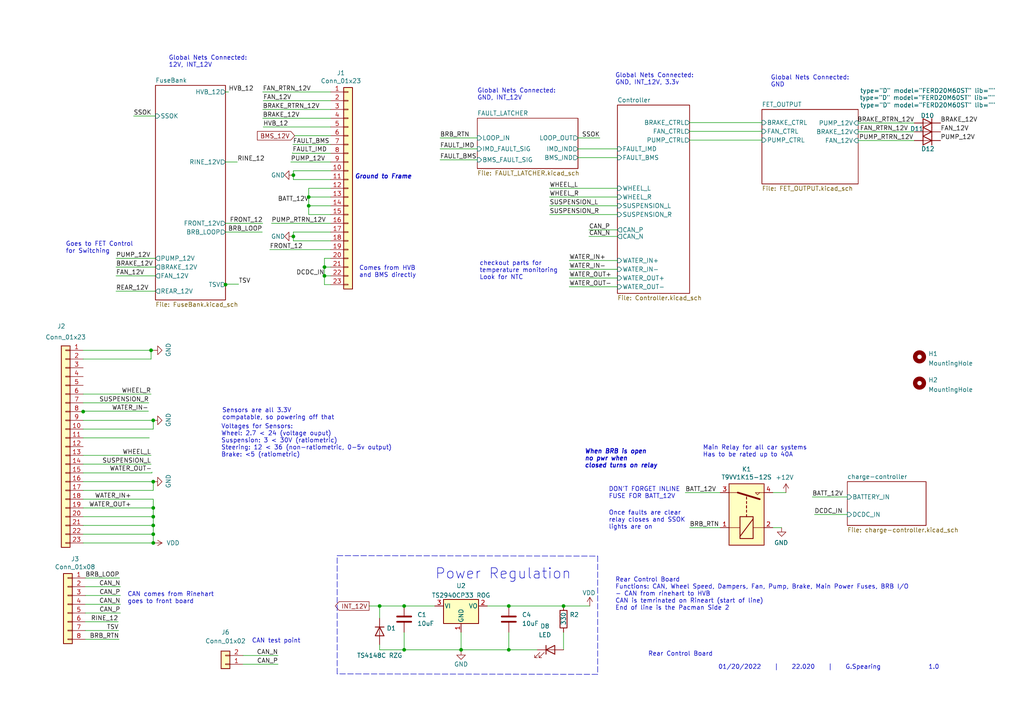
<source format=kicad_sch>
(kicad_sch (version 20211123) (generator eeschema)
  (paper "A4")
  (lib_symbols
    (symbol "AERO_Symbols:T9VV1K15-12S" (pin_names (offset 1.016))
      (property "Reference" "K" (at 8.89 3.81 0))
      (property "Value" "T9VV1K15-12S" (at 8.89 1.27 0))
      (symbol "T9VV1K15-12S_0_0"
        (polyline (pts (xy 5.08 3.81) (xy 5.08 5.08)))
        (polyline (pts (xy 5.08 3.81) (xy 5.08 2.54) (xy 4.445 3.175) (xy 5.08 3.81)))
      )
      (symbol "T9VV1K15-12S_0_1"
        (rectangle (start -10.16 5.08) (end 7.62 -5.08) (stroke (width 0.254)) (fill (type background)))
        (rectangle (start -8.255 1.905) (end -1.905 -1.905) (stroke (width 0.254)))
        (polyline (pts (xy -7.62 -1.905) (xy -2.54 1.905)) (stroke (width 0.254)))
        (polyline (pts (xy -5.08 -5.08) (xy -5.08 -1.905)))
        (polyline (pts (xy -5.08 5.08) (xy -5.08 1.905)))
        (polyline (pts (xy -1.905 0) (xy -1.27 0)) (stroke (width 0.254)))
        (polyline (pts (xy -0.635 0) (xy 0 0)) (stroke (width 0.254)))
        (polyline (pts (xy 0.635 0) (xy 1.27 0)) (stroke (width 0.254)))
        (polyline (pts (xy 0.635 0) (xy 1.27 0)) (stroke (width 0.254)))
        (polyline (pts (xy 1.905 0) (xy 2.54 0)) (stroke (width 0.254)))
        (polyline (pts (xy 3.175 0) (xy 3.81 0)) (stroke (width 0.254)))
        (polyline (pts (xy 5.08 -2.54) (xy 3.175 3.81)) (stroke (width 0.508)))
        (polyline (pts (xy 5.08 -2.54) (xy 5.08 -5.08)))
      )
      (symbol "T9VV1K15-12S_1_1"
        (pin passive line (at -5.08 -7.62 90) (length 2.54) (name "~") (number "1"))
        (pin passive line (at -5.08 7.62 270) (length 2.54) (name "~") (number "2"))
        (pin passive line (at 5.08 -7.62 90) (length 2.54) (name "~") (number "3"))
        (pin passive line (at 5.08 7.62 270) (length 2.54) (name "~") (number "4"))
      )
    )
    (symbol "Connector_Generic:Conn_01x02" (pin_names (offset 1.016) hide)
      (property "Reference" "J" (at 0 2.54 0))
      (property "Value" "Conn_01x02" (at 0 -5.08 0))
      (symbol "Conn_01x02_1_1"
        (rectangle (start -1.27 -2.413) (end 0 -2.667) (stroke (width 0.1524)))
        (rectangle (start -1.27 0.127) (end 0 -0.127) (stroke (width 0.1524)))
        (rectangle (start -1.27 1.27) (end 1.27 -3.81) (stroke (width 0.254)) (fill (type background)))
        (pin passive line (at -5.08 0 0) (length 3.81) (name "Pin_1") (number "1"))
        (pin passive line (at -5.08 -2.54 0) (length 3.81) (name "Pin_2") (number "2"))
      )
    )
    (symbol "Connector_Generic:Conn_01x08" (pin_names (offset 1.016) hide)
      (property "Reference" "J" (at 0 10.16 0))
      (property "Value" "Conn_01x08" (at 0 -12.7 0))
      (symbol "Conn_01x08_1_1"
        (rectangle (start -1.27 -10.033) (end 0 -10.287) (stroke (width 0.1524)))
        (rectangle (start -1.27 -7.493) (end 0 -7.747) (stroke (width 0.1524)))
        (rectangle (start -1.27 -4.953) (end 0 -5.207) (stroke (width 0.1524)))
        (rectangle (start -1.27 -2.413) (end 0 -2.667) (stroke (width 0.1524)))
        (rectangle (start -1.27 0.127) (end 0 -0.127) (stroke (width 0.1524)))
        (rectangle (start -1.27 2.667) (end 0 2.413) (stroke (width 0.1524)))
        (rectangle (start -1.27 5.207) (end 0 4.953) (stroke (width 0.1524)))
        (rectangle (start -1.27 7.747) (end 0 7.493) (stroke (width 0.1524)))
        (rectangle (start -1.27 8.89) (end 1.27 -11.43) (stroke (width 0.254)) (fill (type background)))
        (pin passive line (at -5.08 7.62 0) (length 3.81) (name "Pin_1") (number "1"))
        (pin passive line (at -5.08 5.08 0) (length 3.81) (name "Pin_2") (number "2"))
        (pin passive line (at -5.08 2.54 0) (length 3.81) (name "Pin_3") (number "3"))
        (pin passive line (at -5.08 0 0) (length 3.81) (name "Pin_4") (number "4"))
        (pin passive line (at -5.08 -2.54 0) (length 3.81) (name "Pin_5") (number "5"))
        (pin passive line (at -5.08 -5.08 0) (length 3.81) (name "Pin_6") (number "6"))
        (pin passive line (at -5.08 -7.62 0) (length 3.81) (name "Pin_7") (number "7"))
        (pin passive line (at -5.08 -10.16 0) (length 3.81) (name "Pin_8") (number "8"))
      )
    )
    (symbol "Connector_Generic:Conn_01x23" (pin_names (offset 1.016) hide)
      (property "Reference" "J" (at 0 30.48 0))
      (property "Value" "Conn_01x23" (at 0 -30.48 0))
      (symbol "Conn_01x23_1_1"
        (rectangle (start -1.27 -27.813) (end 0 -28.067) (stroke (width 0.1524)))
        (rectangle (start -1.27 -25.273) (end 0 -25.527) (stroke (width 0.1524)))
        (rectangle (start -1.27 -22.733) (end 0 -22.987) (stroke (width 0.1524)))
        (rectangle (start -1.27 -20.193) (end 0 -20.447) (stroke (width 0.1524)))
        (rectangle (start -1.27 -17.653) (end 0 -17.907) (stroke (width 0.1524)))
        (rectangle (start -1.27 -15.113) (end 0 -15.367) (stroke (width 0.1524)))
        (rectangle (start -1.27 -12.573) (end 0 -12.827) (stroke (width 0.1524)))
        (rectangle (start -1.27 -10.033) (end 0 -10.287) (stroke (width 0.1524)))
        (rectangle (start -1.27 -7.493) (end 0 -7.747) (stroke (width 0.1524)))
        (rectangle (start -1.27 -4.953) (end 0 -5.207) (stroke (width 0.1524)))
        (rectangle (start -1.27 -2.413) (end 0 -2.667) (stroke (width 0.1524)))
        (rectangle (start -1.27 0.127) (end 0 -0.127) (stroke (width 0.1524)))
        (rectangle (start -1.27 2.667) (end 0 2.413) (stroke (width 0.1524)))
        (rectangle (start -1.27 5.207) (end 0 4.953) (stroke (width 0.1524)))
        (rectangle (start -1.27 7.747) (end 0 7.493) (stroke (width 0.1524)))
        (rectangle (start -1.27 10.287) (end 0 10.033) (stroke (width 0.1524)))
        (rectangle (start -1.27 12.827) (end 0 12.573) (stroke (width 0.1524)))
        (rectangle (start -1.27 15.367) (end 0 15.113) (stroke (width 0.1524)))
        (rectangle (start -1.27 17.907) (end 0 17.653) (stroke (width 0.1524)))
        (rectangle (start -1.27 20.447) (end 0 20.193) (stroke (width 0.1524)))
        (rectangle (start -1.27 22.987) (end 0 22.733) (stroke (width 0.1524)))
        (rectangle (start -1.27 25.527) (end 0 25.273) (stroke (width 0.1524)))
        (rectangle (start -1.27 28.067) (end 0 27.813) (stroke (width 0.1524)))
        (rectangle (start -1.27 29.21) (end 1.27 -29.21) (stroke (width 0.254)) (fill (type background)))
        (pin passive line (at -5.08 27.94 0) (length 3.81) (name "Pin_1") (number "1"))
        (pin passive line (at -5.08 5.08 0) (length 3.81) (name "Pin_10") (number "10"))
        (pin passive line (at -5.08 2.54 0) (length 3.81) (name "Pin_11") (number "11"))
        (pin passive line (at -5.08 0 0) (length 3.81) (name "Pin_12") (number "12"))
        (pin passive line (at -5.08 -2.54 0) (length 3.81) (name "Pin_13") (number "13"))
        (pin passive line (at -5.08 -5.08 0) (length 3.81) (name "Pin_14") (number "14"))
        (pin passive line (at -5.08 -7.62 0) (length 3.81) (name "Pin_15") (number "15"))
        (pin passive line (at -5.08 -10.16 0) (length 3.81) (name "Pin_16") (number "16"))
        (pin passive line (at -5.08 -12.7 0) (length 3.81) (name "Pin_17") (number "17"))
        (pin passive line (at -5.08 -15.24 0) (length 3.81) (name "Pin_18") (number "18"))
        (pin passive line (at -5.08 -17.78 0) (length 3.81) (name "Pin_19") (number "19"))
        (pin passive line (at -5.08 25.4 0) (length 3.81) (name "Pin_2") (number "2"))
        (pin passive line (at -5.08 -20.32 0) (length 3.81) (name "Pin_20") (number "20"))
        (pin passive line (at -5.08 -22.86 0) (length 3.81) (name "Pin_21") (number "21"))
        (pin passive line (at -5.08 -25.4 0) (length 3.81) (name "Pin_22") (number "22"))
        (pin passive line (at -5.08 -27.94 0) (length 3.81) (name "Pin_23") (number "23"))
        (pin passive line (at -5.08 22.86 0) (length 3.81) (name "Pin_3") (number "3"))
        (pin passive line (at -5.08 20.32 0) (length 3.81) (name "Pin_4") (number "4"))
        (pin passive line (at -5.08 17.78 0) (length 3.81) (name "Pin_5") (number "5"))
        (pin passive line (at -5.08 15.24 0) (length 3.81) (name "Pin_6") (number "6"))
        (pin passive line (at -5.08 12.7 0) (length 3.81) (name "Pin_7") (number "7"))
        (pin passive line (at -5.08 10.16 0) (length 3.81) (name "Pin_8") (number "8"))
        (pin passive line (at -5.08 7.62 0) (length 3.81) (name "Pin_9") (number "9"))
      )
    )
    (symbol "Device:C" (pin_numbers hide) (pin_names (offset 0.254))
      (property "Reference" "C" (at 0.635 2.54 0))
      (property "Value" "C" (at 0.635 -2.54 0))
      (symbol "C_0_1"
        (polyline (pts (xy -2.032 -0.762) (xy 2.032 -0.762)) (stroke (width 0.508)))
        (polyline (pts (xy -2.032 0.762) (xy 2.032 0.762)) (stroke (width 0.508)))
      )
      (symbol "C_1_1"
        (pin passive line (at 0 3.81 270) (length 2.794) (name "~") (number "1"))
        (pin passive line (at 0 -3.81 90) (length 2.794) (name "~") (number "2"))
      )
    )
    (symbol "Device:D" (pin_numbers hide) (pin_names (offset 1.016) hide)
      (property "Reference" "D" (at 0 2.54 0))
      (property "Value" "D" (at 0 -2.54 0))
      (symbol "D_0_1"
        (polyline (pts (xy -1.27 1.27) (xy -1.27 -1.27)) (stroke (width 0.254)))
        (polyline (pts (xy 1.27 0) (xy -1.27 0)))
        (polyline (pts (xy 1.27 1.27) (xy 1.27 -1.27) (xy -1.27 0) (xy 1.27 1.27)) (stroke (width 0.254)))
      )
      (symbol "D_1_1"
        (pin passive line (at -3.81 0 0) (length 2.54) (name "K") (number "1"))
        (pin passive line (at 3.81 0 180) (length 2.54) (name "A") (number "2"))
      )
    )
    (symbol "Device:LED" (pin_numbers hide) (pin_names (offset 1.016) hide)
      (property "Reference" "D" (at 0 2.54 0))
      (property "Value" "LED" (at 0 -2.54 0))
      (symbol "LED_0_1"
        (polyline (pts (xy -1.27 -1.27) (xy -1.27 1.27)) (stroke (width 0.254)))
        (polyline (pts (xy -1.27 0) (xy 1.27 0)))
        (polyline (pts (xy 1.27 -1.27) (xy 1.27 1.27) (xy -1.27 0) (xy 1.27 -1.27)) (stroke (width 0.254)))
        (polyline (pts (xy -3.048 -0.762) (xy -4.572 -2.286) (xy -3.81 -2.286) (xy -4.572 -2.286) (xy -4.572 -1.524)))
        (polyline (pts (xy -1.778 -0.762) (xy -3.302 -2.286) (xy -2.54 -2.286) (xy -3.302 -2.286) (xy -3.302 -1.524)))
      )
      (symbol "LED_1_1"
        (pin passive line (at -3.81 0 0) (length 2.54) (name "K") (number "1"))
        (pin passive line (at 3.81 0 180) (length 2.54) (name "A") (number "2"))
      )
    )
    (symbol "Device:R" (pin_numbers hide) (pin_names (offset 0))
      (property "Reference" "R" (at 2.032 0 90))
      (property "Value" "R" (at 0 0 90))
      (symbol "R_0_1"
        (rectangle (start -1.016 -2.54) (end 1.016 2.54) (stroke (width 0.254)))
      )
      (symbol "R_1_1"
        (pin passive line (at 0 3.81 270) (length 1.27) (name "~") (number "1"))
        (pin passive line (at 0 -3.81 90) (length 1.27) (name "~") (number "2"))
      )
    )
    (symbol "Mechanical:MountingHole" (pin_names (offset 1.016))
      (property "Reference" "H" (at 0 5.08 0))
      (property "Value" "MountingHole" (at 0 3.175 0))
      (symbol "MountingHole_0_1"
        (circle (center 0 0) (radius 1.27) (stroke (width 1.27)))
      )
    )
    (symbol "Regulator_Linear:NCP1117-5.0_TO252" (pin_names (offset 0.254))
      (property "Reference" "U2" (at 0 5.8715 0))
      (property "Value" "TS2940CP33 ROG" (at 0 3.0964 0))
      (symbol "NCP1117-5.0_TO252_0_1"
        (rectangle (start -5.08 1.905) (end 5.08 -5.08) (stroke (width 0.254)) (fill (type background)))
      )
      (symbol "NCP1117-5.0_TO252_1_1"
        (pin power_in line (at 0 -7.62 90) (length 2.54) (name "GND") (number "1"))
        (pin power_out line (at 7.62 0 180) (length 2.54) (name "VO") (number "2"))
        (pin power_in line (at -7.62 0 0) (length 2.54) (name "VI") (number "3"))
      )
    )
    (symbol "Simulation_SPICE:DIODE" (pin_numbers hide) (pin_names (offset 1.016) hide)
      (property "Reference" "D" (at 0 2.54 0))
      (property "Value" "DIODE" (at 0 -2.54 0))
      (symbol "DIODE_0_1"
        (polyline (pts (xy 1.27 0) (xy -1.27 0)))
        (polyline (pts (xy 1.27 1.27) (xy 1.27 -1.27)) (stroke (width 0.254)))
        (polyline (pts (xy -1.27 -1.27) (xy -1.27 1.27) (xy 1.27 0) (xy -1.27 -1.27)) (stroke (width 0.254)))
      )
      (symbol "DIODE_1_1"
        (pin passive line (at -3.81 0 0) (length 2.54) (name "A") (number "1"))
        (pin passive line (at 3.81 0 180) (length 2.54) (name "K") (number "2"))
      )
    )
    (symbol "power:+12V" (power) (pin_names (offset 0))
      (property "Value" "+12V" (at 0 3.556 0))
      (symbol "+12V_0_1"
        (polyline (pts (xy -0.762 1.27) (xy 0 2.54)))
        (polyline (pts (xy 0 0) (xy 0 2.54)))
        (polyline (pts (xy 0 2.54) (xy 0.762 1.27)))
      )
      (symbol "+12V_1_1"
        (pin power_in line (at 0 0 90) (length 0) hide (name "+12V") (number "1"))
      )
    )
    (symbol "power:GND" (power) (pin_names (offset 0))
      (property "Value" "GND" (at 0 -3.81 0))
      (symbol "GND_0_1"
        (polyline (pts (xy 0 0) (xy 0 -1.27) (xy 1.27 -1.27) (xy 0 -2.54) (xy -1.27 -1.27) (xy 0 -1.27)))
      )
      (symbol "GND_1_1"
        (pin power_in line (at 0 0 270) (length 0) hide (name "GND") (number "1"))
      )
    )
    (symbol "power:VDD" (power) (pin_names (offset 0))
      (property "Value" "VDD" (at 0 3.81 0))
      (symbol "VDD_0_1"
        (polyline (pts (xy -0.762 1.27) (xy 0 2.54)))
        (polyline (pts (xy 0 0) (xy 0 2.54)))
        (polyline (pts (xy 0 2.54) (xy 0.762 1.27)))
      )
      (symbol "VDD_1_1"
        (pin power_in line (at 0 0 90) (length 0) hide (name "VDD") (number "1"))
      )
    )
  )
  (junction (at 89.535 57.15))
  (junction (at 89.535 59.69))
  (junction (at 117.221 188.468))
  (junction (at 94.107 80.01))
  (junction (at 85.09 68.58))
  (junction (at 44.45 147.32))
  (junction (at 44.45 149.86))
  (junction (at 110.109 175.768))
  (junction (at 147.574 188.468))
  (junction (at 24.13 119.38))
  (junction (at 85.09 50.8))
  (junction (at 44.45 152.4))
  (junction (at 44.45 139.7))
  (junction (at 44.45 154.94))
  (junction (at 163.449 175.768))
  (junction (at 65.405 82.55))
  (junction (at 44.45 157.48))
  (junction (at 133.731 188.468))
  (junction (at 43.815 101.6))
  (junction (at 94.107 77.47))
  (junction (at 117.221 175.768))
  (junction (at 44.45 121.92))
  (junction (at 147.574 175.768))
  (wire (pts (xy 200.025 35.56) (xy 220.98 35.56)))
  (wire (pts (xy 84.963 41.91) (xy 95.885 41.91)))
  (wire (pts (xy 24.13 142.24) (xy 44.45 142.24)))
  (wire (pts (xy 133.731 188.722) (xy 133.731 188.468)))
  (wire (pts (xy 76.327 36.83) (xy 95.885 36.83)))
  (wire (pts (xy 95.885 74.93) (xy 94.107 74.93)))
  (wire (pts (xy 76.2 34.29) (xy 95.885 34.29)))
  (wire (pts (xy 65.405 64.77) (xy 76.2 64.77)))
  (wire (pts (xy 24.13 121.92) (xy 44.45 121.92)))
  (wire (pts (xy 34.925 177.8) (xy 24.765 177.8)))
  (wire (pts (xy 227.965 142.875) (xy 224.155 142.875)))
  (wire (pts (xy 44.45 147.32) (xy 44.45 149.86)))
  (wire (pts (xy 159.385 57.15) (xy 179.07 57.15)))
  (wire (pts (xy 33.655 74.93) (xy 45.085 74.93)))
  (polyline (pts (xy 97.79 195.453) (xy 97.79 161.163)))
  (wire (pts (xy 179.07 43.18) (xy 167.64 43.18)))
  (wire (pts (xy 43.815 104.14) (xy 43.815 101.6)))
  (wire (pts (xy 200.025 153.035) (xy 208.915 153.035)))
  (wire (pts (xy 127.635 40.005) (xy 138.43 40.005)))
  (wire (pts (xy 95.885 49.53) (xy 85.09 49.53)))
  (wire (pts (xy 84.328 46.99) (xy 95.885 46.99)))
  (wire (pts (xy 76.2 31.75) (xy 95.885 31.75)))
  (wire (pts (xy 24.13 152.4) (xy 44.45 152.4)))
  (wire (pts (xy 24.13 137.16) (xy 44.069 137.16)))
  (polyline (pts (xy 173.355 195.58) (xy 97.79 195.453)))
  (wire (pts (xy 235.585 144.145) (xy 245.745 144.145)))
  (wire (pts (xy 85.09 52.07) (xy 85.09 50.8)))
  (wire (pts (xy 165.1 75.565) (xy 179.07 75.565)))
  (wire (pts (xy 110.109 188.468) (xy 117.221 188.468)))
  (wire (pts (xy 33.655 84.455) (xy 45.085 84.455)))
  (wire (pts (xy 76.2 26.67) (xy 95.885 26.67)))
  (wire (pts (xy 44.45 124.46) (xy 44.45 121.92)))
  (wire (pts (xy 34.925 172.72) (xy 24.765 172.72)))
  (wire (pts (xy 94.107 80.01) (xy 94.107 82.55)))
  (wire (pts (xy 170.815 68.58) (xy 179.07 68.58)))
  (wire (pts (xy 133.731 183.388) (xy 133.731 188.468)))
  (wire (pts (xy 34.417 182.88) (xy 24.765 182.88)))
  (wire (pts (xy 34.925 175.26) (xy 24.765 175.26)))
  (wire (pts (xy 24.13 104.14) (xy 43.815 104.14)))
  (wire (pts (xy 80.645 192.659) (xy 70.485 192.659)))
  (wire (pts (xy 44.069 137.16) (xy 44.069 136.906)))
  (wire (pts (xy 24.13 101.6) (xy 43.815 101.6)))
  (wire (pts (xy 24.13 119.253) (xy 24.13 119.38)))
  (wire (pts (xy 110.109 175.768) (xy 110.109 179.324)))
  (wire (pts (xy 147.574 188.468) (xy 155.829 188.468)))
  (wire (pts (xy 94.107 82.55) (xy 95.885 82.55)))
  (wire (pts (xy 85.09 69.85) (xy 85.09 68.58)))
  (wire (pts (xy 44.45 149.86) (xy 44.45 152.4)))
  (wire (pts (xy 94.107 74.93) (xy 94.107 77.47)))
  (wire (pts (xy 24.13 124.46) (xy 44.45 124.46)))
  (wire (pts (xy 147.574 175.768) (xy 163.449 175.768)))
  (wire (pts (xy 159.385 59.69) (xy 179.07 59.69)))
  (wire (pts (xy 147.574 183.388) (xy 147.574 188.468)))
  (wire (pts (xy 95.885 67.31) (xy 85.09 67.31)))
  (wire (pts (xy 170.815 66.675) (xy 179.07 66.675)))
  (wire (pts (xy 165.1 83.185) (xy 179.07 83.185)))
  (wire (pts (xy 44.45 144.78) (xy 44.45 147.32)))
  (wire (pts (xy 117.221 183.388) (xy 117.221 188.468)))
  (wire (pts (xy 159.385 62.23) (xy 179.07 62.23)))
  (wire (pts (xy 165.1 80.645) (xy 179.07 80.645)))
  (wire (pts (xy 141.351 175.768) (xy 147.574 175.768)))
  (wire (pts (xy 200.025 40.64) (xy 220.98 40.64)))
  (wire (pts (xy 117.221 175.768) (xy 126.111 175.768)))
  (wire (pts (xy 38.735 33.655) (xy 45.085 33.655)))
  (wire (pts (xy 95.885 44.45) (xy 84.836 44.45)))
  (wire (pts (xy 95.885 69.85) (xy 85.09 69.85)))
  (wire (pts (xy 226.695 153.035) (xy 224.155 153.035)))
  (wire (pts (xy 24.13 149.86) (xy 44.45 149.86)))
  (wire (pts (xy 43.815 134.62) (xy 24.13 134.62)))
  (wire (pts (xy 89.535 57.15) (xy 89.535 59.69)))
  (wire (pts (xy 167.64 45.72) (xy 179.07 45.72)))
  (wire (pts (xy 133.731 188.468) (xy 147.574 188.468)))
  (wire (pts (xy 43.053 119.253) (xy 24.13 119.253)))
  (polyline (pts (xy 97.79 161.163) (xy 173.355 161.29)))
  (wire (pts (xy 80.645 190.119) (xy 70.485 190.119)))
  (wire (pts (xy 248.92 35.687) (xy 265.176 35.687)))
  (wire (pts (xy 95.885 62.23) (xy 89.535 62.23)))
  (wire (pts (xy 117.221 188.468) (xy 133.731 188.468)))
  (wire (pts (xy 110.109 186.944) (xy 110.109 188.468)))
  (polyline (pts (xy 173.355 161.29) (xy 173.355 195.58)))
  (wire (pts (xy 34.925 170.18) (xy 24.765 170.18)))
  (wire (pts (xy 165.1 78.105) (xy 179.07 78.105)))
  (wire (pts (xy 95.885 54.61) (xy 89.535 54.61)))
  (wire (pts (xy 78.232 72.39) (xy 95.885 72.39)))
  (wire (pts (xy 43.815 101.6) (xy 44.45 101.6)))
  (wire (pts (xy 24.765 167.64) (xy 34.671 167.64)))
  (wire (pts (xy 65.405 26.67) (xy 66.294 26.67)))
  (wire (pts (xy 163.449 175.768) (xy 171.069 175.768)))
  (wire (pts (xy 65.405 82.423) (xy 65.405 82.55)))
  (wire (pts (xy 43.18 116.84) (xy 24.13 116.84)))
  (wire (pts (xy 95.885 57.15) (xy 89.535 57.15)))
  (wire (pts (xy 24.13 147.32) (xy 44.45 147.32)))
  (wire (pts (xy 24.13 157.48) (xy 44.45 157.48)))
  (wire (pts (xy 200.025 38.1) (xy 220.98 38.1)))
  (wire (pts (xy 43.815 132.08) (xy 24.13 132.08)))
  (wire (pts (xy 85.471 39.37) (xy 95.885 39.37)))
  (wire (pts (xy 248.92 38.227) (xy 265.176 38.227)))
  (wire (pts (xy 127.635 43.18) (xy 138.43 43.18)))
  (wire (pts (xy 76.327 29.21) (xy 95.885 29.21)))
  (wire (pts (xy 173.99 40.005) (xy 167.64 40.005)))
  (wire (pts (xy 84.836 44.45) (xy 84.836 44.323)))
  (wire (pts (xy 85.09 50.8) (xy 85.09 49.53)))
  (wire (pts (xy 44.45 142.24) (xy 44.45 139.7)))
  (wire (pts (xy 43.307 127) (xy 24.13 127)))
  (wire (pts (xy 89.535 59.69) (xy 89.535 62.23)))
  (wire (pts (xy 95.885 80.01) (xy 94.107 80.01)))
  (wire (pts (xy 94.107 77.47) (xy 95.885 77.47)))
  (wire (pts (xy 127.635 46.355) (xy 138.43 46.355)))
  (wire (pts (xy 65.405 67.31) (xy 76.073 67.31)))
  (wire (pts (xy 78.74 64.77) (xy 95.885 64.77)))
  (wire (pts (xy 89.535 59.69) (xy 95.885 59.69)))
  (wire (pts (xy 34.544 185.42) (xy 24.765 185.42)))
  (wire (pts (xy 33.655 80.01) (xy 45.085 80.01)))
  (wire (pts (xy 65.405 46.99) (xy 68.834 46.99)))
  (wire (pts (xy 94.107 77.47) (xy 94.107 80.01)))
  (wire (pts (xy 248.92 40.767) (xy 265.176 40.767)))
  (wire (pts (xy 110.109 175.768) (xy 117.221 175.768)))
  (wire (pts (xy 107.061 175.768) (xy 110.109 175.768)))
  (wire (pts (xy 198.755 142.875) (xy 208.915 142.875)))
  (wire (pts (xy 44.45 152.4) (xy 44.45 154.94)))
  (wire (pts (xy 85.09 68.58) (xy 85.09 67.31)))
  (wire (pts (xy 159.385 54.61) (xy 179.07 54.61)))
  (wire (pts (xy 69.215 82.423) (xy 65.405 82.423)))
  (wire (pts (xy 44.45 154.94) (xy 44.45 157.48)))
  (wire (pts (xy 24.13 144.78) (xy 44.45 144.78)))
  (wire (pts (xy 33.655 77.47) (xy 45.085 77.47)))
  (wire (pts (xy 163.449 183.388) (xy 163.449 188.468)))
  (wire (pts (xy 24.13 154.94) (xy 44.45 154.94)))
  (wire (pts (xy 34.29 180.34) (xy 24.765 180.34)))
  (wire (pts (xy 236.22 149.225) (xy 245.745 149.225)))
  (wire (pts (xy 95.885 52.07) (xy 85.09 52.07)))
  (wire (pts (xy 24.13 139.7) (xy 44.45 139.7)))
  (wire (pts (xy 43.815 114.3) (xy 24.13 114.3)))
  (wire (pts (xy 89.535 54.61) (xy 89.535 57.15)))
  (text "Once faults are clear\nrelay closes and SSOK\nlights are on" (at 176.53 153.67 0) (effects (font (size 1.27 1.27)) (justify left bottom)))
  (text "1.0" (at 269.24 194.31 0) (effects (font (size 1.27 1.27)) (justify left bottom)))
  (text "Comes from HVB\nand BMS directly" (at 104.14 80.645 0) (effects (font (size 1.27 1.27)) (justify left bottom)))
  (text "Global Nets Connected: \nGND" (at 223.52 25.4 0) (effects (font (size 1.27 1.27)) (justify left bottom)))
  (text "Main Relay for all car systems\nHas to be rated up to 40A" (at 203.835 132.715 0) (effects (font (size 1.27 1.27)) (justify left bottom)))
  (text "checkout parts for \ntemperature monitoring\nLook for NTC" (at 139.065 81.28 0) (effects (font (size 1.27 1.27)) (justify left bottom)))
  (text "When BRB is open\nno pwr when\nclosed turns on relay" (at 169.545 135.89 0) (effects (font (size 1.27 1.27) (thickness 0.254) bold italic) (justify left bottom)))
  (text "Global Nets Connected: \nGND, INT_12V" (at 138.43 29.21 0) (effects (font (size 1.27 1.27)) (justify left bottom)))
  (text "Voltages for Sensors: \nWheel: 2.7 < 24 (voltage ouput)\nSuspension: 3 < 30V (ratiometric)\nSteering: 12 < 36 (non-ratiometric, 0-5v output)\nBrake: <5 (ratiometric)" (at 64.135 132.715 0) (effects (font (size 1.27 1.27)) (justify left bottom)))
  (text "DON'T FORGET INLINE \nFUSE FOR BATT_12V" (at 176.53 144.78 0) (effects (font (size 1.27 1.27)) (justify left bottom)))
  (text "CAN test point" (at 73.025 186.69 0) (effects (font (size 1.27 1.27)) (justify left bottom)))
  (text "01/20/2022    |    22.020    |    G.Spearing" (at 208.28 194.31 0) (effects (font (size 1.27 1.27)) (justify left bottom)))
  (text "Rear Control Board\nFunctions: CAN, Wheel Speed, Dampers, Fan, Pump, Brake, Main Power Fuses, BRB I/O\n- CAN from rinehart to HVB\nCAN is temrinated on Rineart (start of line)\nEnd of line is the Pacman Side 2" (at 178.435 177.165 0) (effects (font (size 1.27 1.27)) (justify left bottom)))
  (text "Goes to FET Control\nfor Switching" (at 19.05 73.66 0) (effects (font (size 1.27 1.27)) (justify left bottom)))
  (text "Ground to Frame" (at 102.87 52.07 0) (effects (font (size 1.27 1.27) bold italic) (justify left bottom)))
  (text "CAN comes from Rinehart\ngoes to front board\n" (at 36.957 175.26 0) (effects (font (size 1.27 1.27)) (justify left bottom)))
  (text "Power Regulation" (at 165.735 168.275 180) (effects (font (size 2.9972 2.9972)) (justify right bottom)))
  (text "Global Nets Connected: \nGND, INT_12V, 3.3v" (at 178.435 24.765 0) (effects (font (size 1.27 1.27)) (justify left bottom)))
  (text "Sensors are all 3.3V\ncompatable, so powering off that" (at 64.389 121.92 0) (effects (font (size 1.27 1.27)) (justify left bottom)))
  (text "Global Nets Connected: \n12V, INT_12V" (at 48.895 19.685 0) (effects (font (size 1.27 1.27)) (justify left bottom)))
  (text "Rear Control Board" (at 187.96 190.5 0) (effects (font (size 1.27 1.27)) (justify left bottom)))
  (label "REAR_12V" (at 33.655 84.455 0))
  (label "FAULT_BMS" (at 127.635 46.355 0))
  (label "SUSPENSION_L" (at 159.385 59.69 0))
  (label "BRB_RTN" (at 200.025 153.035 0))
  (label "BRB_LOOP" (at 76.073 67.31 180))
  (label "HVB_12" (at 76.327 36.83 0))
  (label "WATER_IN+" (at 165.1 75.565 0))
  (label "FAN_12V" (at 76.327 29.21 0))
  (label "FAN_RTRN_12V" (at 76.2 26.67 0))
  (label "PUMP_12V" (at 272.796 40.767 0))
  (label "WATER_IN-" (at 165.1 78.105 0))
  (label "DCDC_IN" (at 94.107 80.01 180))
  (label "CAN_N" (at 34.925 170.18 180))
  (label "CAN_N" (at 34.925 175.26 180))
  (label "PUMP_RTRN_12V" (at 264.922 40.767 180))
  (label "CAN_P" (at 80.645 192.659 180))
  (label "DCDC_IN" (at 236.22 149.225 0))
  (label "WATER_OUT-" (at 44.069 136.906 180))
  (label "SSOK" (at 173.99 40.005 180))
  (label "HVB_12" (at 66.294 26.67 0))
  (label "FRONT_12" (at 76.2 64.77 180))
  (label "FAN_12V" (at 272.796 38.227 0))
  (label "PUMP_12V" (at 33.655 74.93 0))
  (label "BRAKE_12V" (at 272.796 35.687 0))
  (label "BATT_12V" (at 89.535 58.674 180))
  (label "TSV" (at 34.417 182.88 180))
  (label "CAN_N" (at 170.815 68.58 0))
  (label "SUSPENSION_R" (at 159.385 62.23 0))
  (label "CAN_N" (at 80.645 190.119 180))
  (label "BRAKE_RTRN_12V" (at 265.176 35.687 180))
  (label "BATT_12V" (at 198.755 142.875 0))
  (label "CAN_P" (at 170.815 66.675 0))
  (label "WATER_IN+" (at 38.1 144.78 180))
  (label "BRAKE_RTRN_12V" (at 76.2 31.75 0))
  (label "WATER_OUT+" (at 165.1 80.645 0))
  (label "SUSPENSION_L" (at 43.815 134.62 180))
  (label "BRB_RTN" (at 127.635 40.005 0))
  (label "SSOK" (at 38.735 33.655 0))
  (label "BRB_RTN" (at 34.544 185.42 180))
  (label "TSV" (at 69.215 82.423 0))
  (label "BRB_LOOP" (at 34.671 167.64 180))
  (label "FRONT_12" (at 78.232 72.39 0))
  (label "WATER_IN-" (at 43.053 119.253 180))
  (label "WATER_OUT-" (at 165.1 83.185 0))
  (label "WHEEL_L" (at 159.385 54.61 0))
  (label "WHEEL_R" (at 43.815 114.3 180))
  (label "RINE_12" (at 34.29 180.34 180))
  (label "BRAKE_12V" (at 33.655 77.47 0))
  (label "FAN_RTRN_12V" (at 263.398 38.227 180))
  (label "FAULT_BMS" (at 84.963 41.91 0))
  (label "FAULT_IMD" (at 127.635 43.18 0))
  (label "FAULT_IMD" (at 84.836 44.323 0))
  (label "FAN_12V" (at 33.655 80.01 0))
  (label "PUMP_RTRN_12V" (at 78.74 64.77 0))
  (label "WATER_OUT+" (at 38.1 147.32 180))
  (label "RINE_12" (at 68.834 46.99 0))
  (label "WHEEL_L" (at 43.815 132.08 180))
  (label "WHEEL_R" (at 159.385 57.15 0))
  (label "CAN_P" (at 34.925 177.8 180))
  (label "SUSPENSION_R" (at 43.18 116.84 180))
  (label "BRAKE_12V" (at 76.2 34.29 0))
  (label "CAN_P" (at 34.925 172.72 180))
  (label "PUMP_12V" (at 84.328 46.99 0))
  (label "BATT_12V" (at 235.585 144.145 0))
  (global_label "BMS_12V" (shape input) (at 85.471 39.37 180) (property "Intersheet References" "${INTERSHEET_REFS}" (effects hide)))
  (global_label "INT_12V" (shape output) (at 107.061 175.768 180) (property "Intersheet References" "${INTERSHEET_REFS}" (effects hide)))
  (symbol (lib_id "power:GND") (at 226.695 153.035 0) (mirror y) (unit 1)
    (property "Reference" "#PWR0101" (effects hide))
    (property "Value" "GND" (at 226.568 157.4292 0))
  )
  (symbol (lib_id "power:+12V") (at 227.965 142.875 0) (mirror y) (unit 1)
    (property "Reference" "#PWR0105" (effects hide))
    (property "Value" "+12V" (at 227.584 138.4808 0))
  )
  (symbol (lib_id "AERO_Symbols:T9VV1K15-12S") (at 216.535 147.955 270) (mirror x) (unit 1)
    (property "Reference" "K1" (at 216.535 136.0932 90))
    (property "Value" "T9VV1K15-12S" (at 216.535 138.4046 90))
    (property "Footprint" "AERO_Footprints:RELAY_T9VV1K15-12S" (effects hide))
    (property "Datasheet" "https://www.te.com/commerce/DocumentDelivery/DDEController?Action=srchrtrv&DocNm=Power_PCB_Relay_T9V_Solar&DocType=DS&DocLang=English" (effects hide))
  )
  (symbol (lib_id "Connector_Generic:Conn_01x08") (at 19.685 175.26 0) (mirror y) (unit 1)
    (property "Reference" "J3" (at 21.7678 162.1282 0))
    (property "Value" "Conn_01x08" (at 21.7678 164.4396 0))
    (property "Footprint" "AERO_Footprints:TE_1-776280-1_8pin_Horizontal" (effects hide))
  )
  (symbol (lib_id "power:GND") (at 44.45 139.7 90) (unit 1)
    (property "Reference" "#PWR0116" (effects hide))
    (property "Value" "GND" (at 48.8442 139.573 0))
  )
  (symbol (lib_id "Connector_Generic:Conn_01x23") (at 100.965 54.61 0) (unit 1)
    (property "Reference" "J1" (at 98.8822 21.1582 0))
    (property "Value" "Conn_01x23" (at 98.8822 23.4696 0))
    (property "Footprint" "AERO_Footprints:TE_1-770669-1_23pin_Horizontal" (effects hide))
  )
  (symbol (lib_id "Device:C") (at 117.221 179.578 0) (unit 1)
    (property "Reference" "C1" (at 121.031 178.3079 0) (effects (justify left)))
    (property "Value" "10uF" (at 121.031 180.8479 0) (effects (justify left)))
    (property "Footprint" "Capacitor_SMD:C_0603_1608Metric_Pad1.08x0.95mm_HandSolder" (effects hide))
  )
  (symbol (lib_id "Device:C") (at 147.574 179.578 0) (unit 1)
    (property "Reference" "C4" (at 151.384 178.3079 0) (effects (justify left)))
    (property "Value" "10uF" (at 151.384 180.8479 0) (effects (justify left)))
    (property "Footprint" "Capacitor_SMD:C_0603_1608Metric_Pad1.08x0.95mm_HandSolder" (effects hide))
  )
  (symbol (lib_id "Simulation_SPICE:DIODE") (at 268.986 35.687 0) (unit 1)
    (property "Reference" "D10" (at 268.986 33.528 0))
    (property "Value" "FERD20M60ST" (at 269.113 30.48 0))
    (property "Footprint" "Package_TO_SOT_THT:TO-220-3_Vertical" (effects hide))
    (property "Spice_Netlist_Enabled" "Y" (effects hide))
    (property "Spice_Primitive" "D" (effects hide))
  )
  (symbol (lib_id "power:VDD") (at 171.069 175.768 0) (unit 1)
    (property "Reference" "#PWR0106" (effects hide))
    (property "Value" "VDD" (at 170.815 171.958 0))
  )
  (symbol (lib_id "power:GND") (at 133.731 188.722 0) (unit 1)
    (property "Reference" "#PWR0107" (effects hide))
    (property "Value" "GND" (at 133.731 192.659 0))
  )
  (symbol (lib_id "Connector_Generic:Conn_01x23") (at 19.05 129.54 0) (mirror y) (unit 1)
    (property "Reference" "J2" (at 17.78 94.615 0))
    (property "Value" "Conn_01x23" (at 19.05 97.79 0))
    (property "Footprint" "AERO_Footprints:TE_1-770669-1_23pin_Horizontal" (effects hide))
  )
  (symbol (lib_id "power:GND") (at 85.09 68.58 270) (mirror x) (unit 1)
    (property "Reference" "#PWR0108" (effects hide))
    (property "Value" "GND" (at 80.645 68.58 90))
  )
  (symbol (lib_id "power:GND") (at 44.45 121.92 90) (unit 1)
    (property "Reference" "#PWR0103" (effects hide))
    (property "Value" "GND" (at 48.8442 121.793 0))
  )
  (symbol (lib_id "Device:R") (at 163.449 179.578 0) (unit 1)
    (property "Reference" "R2" (at 165.227 178.3079 0) (effects (justify left)))
    (property "Value" "330" (at 163.449 181.356 90) (effects (justify left)))
    (property "Footprint" "Resistor_SMD:R_0603_1608Metric_Pad0.98x0.95mm_HandSolder" (effects hide))
  )
  (symbol (lib_id "Device:LED") (at 159.639 188.468 0) (unit 1)
    (property "Reference" "D8" (at 158.0515 181.61 0))
    (property "Value" "LED" (at 158.0515 184.15 0))
    (property "Footprint" "LED_SMD:LED_0603_1608Metric_Pad1.05x0.95mm_HandSolder" (effects hide))
  )
  (symbol (lib_id "power:GND") (at 85.09 50.8 270) (mirror x) (unit 1)
    (property "Reference" "#PWR0121" (effects hide))
    (property "Value" "GND" (at 80.645 50.8 90))
  )
  (symbol (lib_id "Simulation_SPICE:DIODE") (at 268.986 40.767 0) (unit 1)
    (property "Reference" "D12" (at 269.113 43.18 0))
    (property "Value" "FERD20M60ST" (at 269.113 26.289 0))
    (property "Footprint" "Package_TO_SOT_THT:TO-220-3_Vertical" (effects hide))
    (property "Spice_Netlist_Enabled" "Y" (effects hide))
    (property "Spice_Primitive" "D" (effects hide))
  )
  (symbol (lib_id "power:VDD") (at 44.45 157.48 270) (unit 1)
    (property "Reference" "#PWR0102" (effects hide))
    (property "Value" "VDD" (at 48.26 157.4799 90) (effects (justify left)))
  )
  (symbol (lib_id "Mechanical:MountingHole") (at 266.7 103.505 0) (unit 1)
    (property "Reference" "H1" (at 269.24 102.5965 0) (effects (justify left)))
    (property "Value" "MountingHole" (at 269.24 105.3716 0) (effects (justify left)))
    (property "Footprint" "MountingHole:MountingHole_3.2mm_M3" (effects hide))
  )
  (symbol (lib_id "Connector_Generic:Conn_01x02") (at 65.405 192.659 180) (unit 1)
    (property "Reference" "J6" (at 65.405 183.388 0))
    (property "Value" "Conn_01x02" (at 65.405 185.928 0))
    (property "Footprint" "Connector_JST:JST_NV_B02P-NV_1x02_P5.00mm_Vertical" (effects hide))
  )
  (symbol (lib_id "Simulation_SPICE:DIODE") (at 268.986 38.227 0) (unit 1)
    (property "Reference" "D11" (at 265.938 37.338 0))
    (property "Value" "FERD20M60ST" (at 268.986 28.321 0))
    (property "Footprint" "Package_TO_SOT_THT:TO-220-3_Vertical" (effects hide))
    (property "Spice_Netlist_Enabled" "Y" (effects hide))
    (property "Spice_Primitive" "D" (effects hide))
  )
  (symbol (lib_id "Regulator_Linear:NCP1117-5.0_TO252") (at 133.731 175.768 0) (unit 1)
    (property "Reference" "U2" (at 133.731 169.8965 0))
    (property "Value" "TS2940CP33 ROG" (at 133.731 172.6716 0))
    (property "Footprint" "Package_TO_SOT_SMD:TO-252-2" (effects hide))
    (property "Datasheet" "https://www.taiwansemi.com/assets/uploads/datasheet/TS2940_D15.pdf" (effects hide))
  )
  (symbol (lib_id "Device:D") (at 110.109 183.134 270) (unit 1)
    (property "Reference" "D1" (at 112.141 182.2255 90) (effects (justify left)))
    (property "Value" "TS4148C RZG" (at 103.505 190.119 90) (effects (justify left)))
    (property "Footprint" "Diode_SMD:D_0603_1608Metric_Pad1.05x0.95mm_HandSolder" (effects hide))
  )
  (symbol (lib_id "power:GND") (at 44.45 101.6 90) (unit 1)
    (property "Reference" "#PWR0104" (effects hide))
    (property "Value" "GND" (at 48.8442 101.473 0))
  )
  (symbol (lib_id "Mechanical:MountingHole") (at 266.7 111.125 0) (unit 1)
    (property "Reference" "H2" (at 269.24 110.2165 0) (effects (justify left)))
    (property "Value" "MountingHole" (at 269.24 112.9916 0) (effects (justify left)))
    (property "Footprint" "MountingHole:MountingHole_3.2mm_M3" (effects hide))
  )
  (sheet (at 179.07 30.48) (size 20.955 54.61)
    (property "Sheet name" "Controller" (at 179.07 29.7684 0) (effects (justify left bottom)))
    (property "Sheet file" "Controller.kicad_sch" (at 179.07 85.6746 0) (effects (justify left top)))
    (pin "FAN_CTRL" output (at 200.025 38.1 0))
    (pin "PUMP_CTRL" output (at 200.025 40.64 0))
    (pin "BRAKE_CTRL" output (at 200.025 35.56 0))
    (pin "FAULT_IMD" input (at 179.07 43.18 180))
    (pin "FAULT_BMS" input (at 179.07 45.72 180))
    (pin "WHEEL_L" input (at 179.07 54.61 180))
    (pin "WHEEL_R" input (at 179.07 57.15 180))
    (pin "SUSPENSION_L" input (at 179.07 59.69 180))
    (pin "SUSPENSION_R" input (at 179.07 62.23 180))
    (pin "CAN_P" output (at 179.07 66.675 180))
    (pin "CAN_N" output (at 179.07 68.58 180))
    (pin "WATER_OUT-" input (at 179.07 83.185 180))
    (pin "WATER_OUT+" input (at 179.07 80.645 180))
    (pin "WATER_IN-" input (at 179.07 78.105 180))
    (pin "WATER_IN+" input (at 179.07 75.565 180))
  )
  (sheet (at 245.745 139.7) (size 22.86 12.7)
    (property "Sheet name" "charge-controller" (at 245.745 138.9884 0) (effects (justify left bottom)))
    (property "Sheet file" "charge-controller.kicad_sch" (at 245.745 152.9846 0) (effects (justify left top)))
    (pin "DCDC_IN" input (at 245.745 149.225 180))
    (pin "BATTERY_IN" input (at 245.745 144.145 180))
  )
  (sheet (at 220.98 31.75) (size 27.94 21.59)
    (property "Sheet name" "FET_OUTPUT" (at 220.98 31.0384 0) (effects (justify left bottom)))
    (property "Sheet file" "FET_OUTPUT.kicad_sch" (at 220.98 53.9246 0) (effects (justify left top)))
    (pin "FAN_CTRL" input (at 220.98 38.1 180))
    (pin "PUMP_CTRL" input (at 220.98 40.64 180))
    (pin "BRAKE_CTRL" input (at 220.98 35.56 180))
    (pin "PUMP_12V" input (at 248.92 35.687 0))
    (pin "BRAKE_12V" input (at 248.92 38.227 0))
    (pin "FAN_12V" input (at 248.92 40.767 0))
  )
  (sheet (at 138.43 34.29) (size 29.21 14.605)
    (property "Sheet name" "FAULT_LATCHER" (at 138.43 33.5784 0) (effects (justify left bottom)))
    (property "Sheet file" "FAULT_LATCHER.kicad_sch" (at 138.43 49.4796 0) (effects (justify left top)))
    (pin "LOOP_IN" input (at 138.43 40.005 180))
    (pin "IMD_FAULT_SIG" input (at 138.43 43.18 180))
    (pin "BMS_FAULT_SIG" input (at 138.43 46.355 180))
    (pin "BMS_IND" output (at 167.64 45.72 0))
    (pin "IMD_IND" output (at 167.64 43.18 0))
    (pin "LOOP_OUT" output (at 167.64 40.005 0))
  )
  (sheet (at 45.085 24.765) (size 20.32 62.23) (stroke (width 0.1524))
    (property "Sheet name" "FuseBank" (at 45.085 24.0534 0) (effects (justify left bottom)))
    (property "Sheet file" "FuseBank.kicad_sch" (at 45.085 87.5796 0) (effects (justify left top)))
    (pin "FAN_12V" output (at 45.085 80.01 180))
    (pin "RINE_12V" output (at 65.405 46.99 0))
    (pin "FRONT_12V" output (at 65.405 64.77 0))
    (pin "REAR_12V" output (at 45.085 84.455 180))
    (pin "PUMP_12V" output (at 45.085 74.93 180))
    (pin "HVB_12" output (at 65.405 26.67 0))
    (pin "SSOK" input (at 45.085 33.655 180))
    (pin "BRB_LOOP" output (at 65.405 67.31 0))
    (pin "BRAKE_12V" output (at 45.085 77.47 180))
    (pin "TSV" output (at 65.405 82.55 0))
  )
)
</source>
